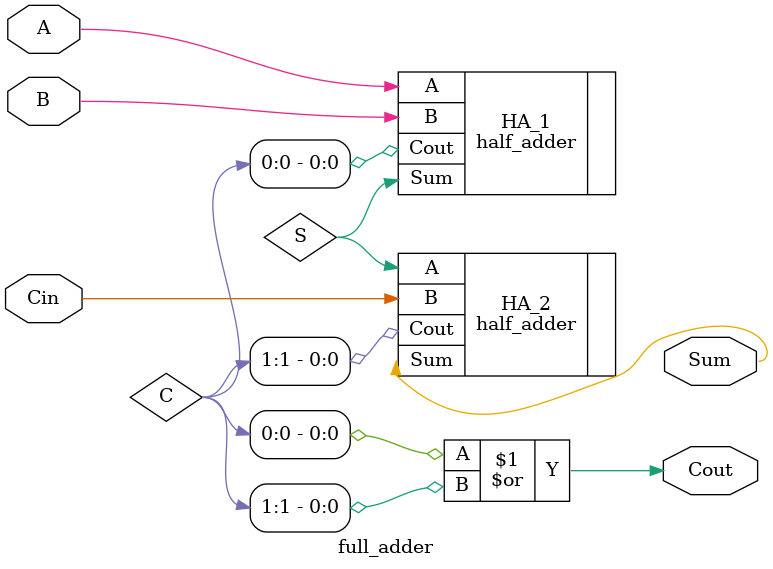
<source format=v>
`timescale 1ns / 1ps
module full_adder(A, B, Cin, Cout, Sum);

	input A, B, Cin;
	output Cout, Sum;
	
	wire S;
	wire [1:0] C;

	half_adder HA_1(.A(A), .B(B), .Cout(C[0]), .Sum(S));
	half_adder HA_2(.A(S), .B(Cin), .Cout(C[1]), .Sum(Sum));
	
	assign Cout = C[0] | C[1];
	
endmodule

</source>
